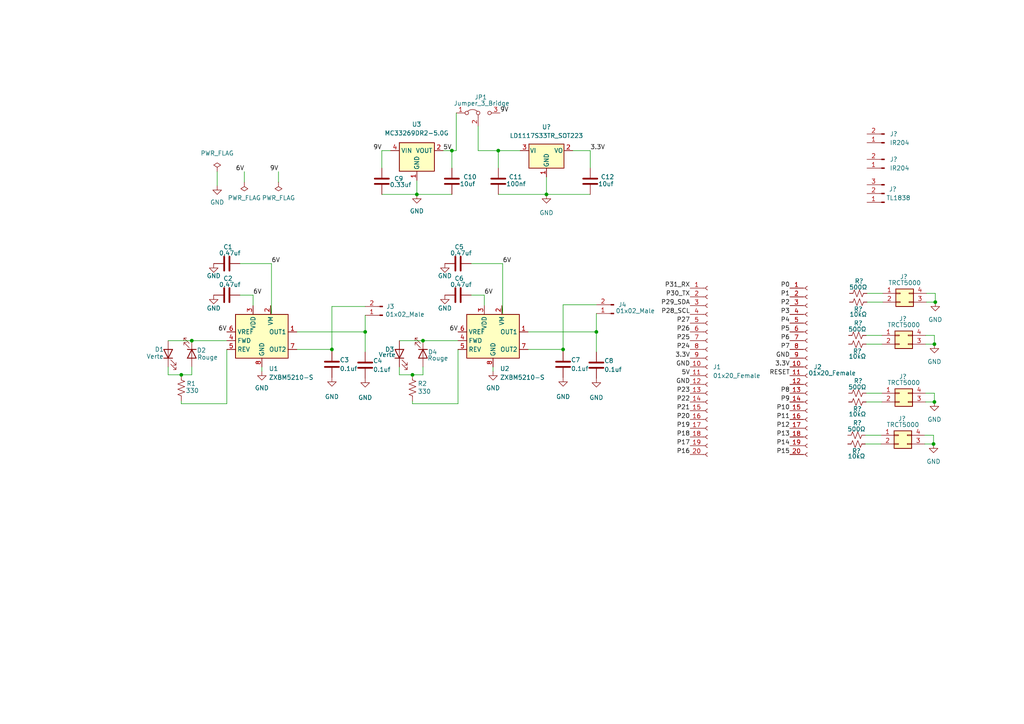
<source format=kicad_sch>
(kicad_sch (version 20211123) (generator eeschema)
  (paper "A4")
  (lib_symbols
    (symbol "Connector:Conn_01x02_Male" (pin_names (offset 1.016) hide)
      (property "Reference" "J" (at 0 2.54 0))
      (property "Value" "Conn_01x02_Male" (at 0 -5.08 0))
      (symbol "Conn_01x02_Male_1_1"
        (polyline (pts (xy 1.27 -2.54) (xy 0.8636 -2.54)) (stroke (width 0.1524)))
        (polyline (pts (xy 1.27 0) (xy 0.8636 0)) (stroke (width 0.1524)))
        (rectangle (start 0.8636 -2.413) (end 0 -2.667) (stroke (width 0.1524)) (fill (type outline)))
        (rectangle (start 0.8636 0.127) (end 0 -0.127) (stroke (width 0.1524)) (fill (type outline)))
        (pin passive line (at 5.08 0 180) (length 3.81) (name "Pin_1") (number "1"))
        (pin passive line (at 5.08 -2.54 180) (length 3.81) (name "Pin_2") (number "2"))
      )
    )
    (symbol "Connector:Conn_01x03_Male" (pin_names (offset 1.016) hide)
      (property "Reference" "J" (at 0 5.08 0))
      (property "Value" "Conn_01x03_Male" (at 0 -5.08 0))
      (symbol "Conn_01x03_Male_1_1"
        (polyline (pts (xy 1.27 -2.54) (xy 0.8636 -2.54)) (stroke (width 0.1524)))
        (polyline (pts (xy 1.27 0) (xy 0.8636 0)) (stroke (width 0.1524)))
        (polyline (pts (xy 1.27 2.54) (xy 0.8636 2.54)) (stroke (width 0.1524)))
        (rectangle (start 0.8636 -2.413) (end 0 -2.667) (stroke (width 0.1524)) (fill (type outline)))
        (rectangle (start 0.8636 0.127) (end 0 -0.127) (stroke (width 0.1524)) (fill (type outline)))
        (rectangle (start 0.8636 2.667) (end 0 2.413) (stroke (width 0.1524)) (fill (type outline)))
        (pin passive line (at 5.08 2.54 180) (length 3.81) (name "Pin_1") (number "1"))
        (pin passive line (at 5.08 0 180) (length 3.81) (name "Pin_2") (number "2"))
        (pin passive line (at 5.08 -2.54 180) (length 3.81) (name "Pin_3") (number "3"))
      )
    )
    (symbol "Connector:Conn_01x20_Female" (pin_names (offset 1.016) hide)
      (property "Reference" "J" (at 0 25.4 0))
      (property "Value" "Conn_01x20_Female" (at 0 -27.94 0))
      (symbol "Conn_01x20_Female_1_1"
        (arc (start 0 -24.892) (mid -0.508 -25.4) (end 0 -25.908) (stroke (width 0.1524)))
        (arc (start 0 -22.352) (mid -0.508 -22.86) (end 0 -23.368) (stroke (width 0.1524)))
        (arc (start 0 -19.812) (mid -0.508 -20.32) (end 0 -20.828) (stroke (width 0.1524)))
        (arc (start 0 -17.272) (mid -0.508 -17.78) (end 0 -18.288) (stroke (width 0.1524)))
        (arc (start 0 -14.732) (mid -0.508 -15.24) (end 0 -15.748) (stroke (width 0.1524)))
        (arc (start 0 -12.192) (mid -0.508 -12.7) (end 0 -13.208) (stroke (width 0.1524)))
        (arc (start 0 -9.652) (mid -0.508 -10.16) (end 0 -10.668) (stroke (width 0.1524)))
        (arc (start 0 -7.112) (mid -0.508 -7.62) (end 0 -8.128) (stroke (width 0.1524)))
        (arc (start 0 -4.572) (mid -0.508 -5.08) (end 0 -5.588) (stroke (width 0.1524)))
        (arc (start 0 -2.032) (mid -0.508 -2.54) (end 0 -3.048) (stroke (width 0.1524)))
        (polyline (pts (xy -1.27 -25.4) (xy -0.508 -25.4)) (stroke (width 0.1524)))
        (polyline (pts (xy -1.27 -22.86) (xy -0.508 -22.86)) (stroke (width 0.1524)))
        (polyline (pts (xy -1.27 -20.32) (xy -0.508 -20.32)) (stroke (width 0.1524)))
        (polyline (pts (xy -1.27 -17.78) (xy -0.508 -17.78)) (stroke (width 0.1524)))
        (polyline (pts (xy -1.27 -15.24) (xy -0.508 -15.24)) (stroke (width 0.1524)))
        (polyline (pts (xy -1.27 -12.7) (xy -0.508 -12.7)) (stroke (width 0.1524)))
        (polyline (pts (xy -1.27 -10.16) (xy -0.508 -10.16)) (stroke (width 0.1524)))
        (polyline (pts (xy -1.27 -7.62) (xy -0.508 -7.62)) (stroke (width 0.1524)))
        (polyline (pts (xy -1.27 -5.08) (xy -0.508 -5.08)) (stroke (width 0.1524)))
        (polyline (pts (xy -1.27 -2.54) (xy -0.508 -2.54)) (stroke (width 0.1524)))
        (polyline (pts (xy -1.27 0) (xy -0.508 0)) (stroke (width 0.1524)))
        (polyline (pts (xy -1.27 2.54) (xy -0.508 2.54)) (stroke (width 0.1524)))
        (polyline (pts (xy -1.27 5.08) (xy -0.508 5.08)) (stroke (width 0.1524)))
        (polyline (pts (xy -1.27 7.62) (xy -0.508 7.62)) (stroke (width 0.1524)))
        (polyline (pts (xy -1.27 10.16) (xy -0.508 10.16)) (stroke (width 0.1524)))
        (polyline (pts (xy -1.27 12.7) (xy -0.508 12.7)) (stroke (width 0.1524)))
        (polyline (pts (xy -1.27 15.24) (xy -0.508 15.24)) (stroke (width 0.1524)))
        (polyline (pts (xy -1.27 17.78) (xy -0.508 17.78)) (stroke (width 0.1524)))
        (polyline (pts (xy -1.27 20.32) (xy -0.508 20.32)) (stroke (width 0.1524)))
        (polyline (pts (xy -1.27 22.86) (xy -0.508 22.86)) (stroke (width 0.1524)))
        (arc (start 0 0.508) (mid -0.508 0) (end 0 -0.508) (stroke (width 0.1524)))
        (arc (start 0 3.048) (mid -0.508 2.54) (end 0 2.032) (stroke (width 0.1524)))
        (arc (start 0 5.588) (mid -0.508 5.08) (end 0 4.572) (stroke (width 0.1524)))
        (arc (start 0 8.128) (mid -0.508 7.62) (end 0 7.112) (stroke (width 0.1524)))
        (arc (start 0 10.668) (mid -0.508 10.16) (end 0 9.652) (stroke (width 0.1524)))
        (arc (start 0 13.208) (mid -0.508 12.7) (end 0 12.192) (stroke (width 0.1524)))
        (arc (start 0 15.748) (mid -0.508 15.24) (end 0 14.732) (stroke (width 0.1524)))
        (arc (start 0 18.288) (mid -0.508 17.78) (end 0 17.272) (stroke (width 0.1524)))
        (arc (start 0 20.828) (mid -0.508 20.32) (end 0 19.812) (stroke (width 0.1524)))
        (arc (start 0 23.368) (mid -0.508 22.86) (end 0 22.352) (stroke (width 0.1524)))
        (pin passive line (at -5.08 22.86 0) (length 3.81) (name "Pin_1") (number "1"))
        (pin passive line (at -5.08 0 0) (length 3.81) (name "Pin_10") (number "10"))
        (pin passive line (at -5.08 -2.54 0) (length 3.81) (name "Pin_11") (number "11"))
        (pin passive line (at -5.08 -5.08 0) (length 3.81) (name "Pin_12") (number "12"))
        (pin passive line (at -5.08 -7.62 0) (length 3.81) (name "Pin_13") (number "13"))
        (pin passive line (at -5.08 -10.16 0) (length 3.81) (name "Pin_14") (number "14"))
        (pin passive line (at -5.08 -12.7 0) (length 3.81) (name "Pin_15") (number "15"))
        (pin passive line (at -5.08 -15.24 0) (length 3.81) (name "Pin_16") (number "16"))
        (pin passive line (at -5.08 -17.78 0) (length 3.81) (name "Pin_17") (number "17"))
        (pin passive line (at -5.08 -20.32 0) (length 3.81) (name "Pin_18") (number "18"))
        (pin passive line (at -5.08 -22.86 0) (length 3.81) (name "Pin_19") (number "19"))
        (pin passive line (at -5.08 20.32 0) (length 3.81) (name "Pin_2") (number "2"))
        (pin passive line (at -5.08 -25.4 0) (length 3.81) (name "Pin_20") (number "20"))
        (pin passive line (at -5.08 17.78 0) (length 3.81) (name "Pin_3") (number "3"))
        (pin passive line (at -5.08 15.24 0) (length 3.81) (name "Pin_4") (number "4"))
        (pin passive line (at -5.08 12.7 0) (length 3.81) (name "Pin_5") (number "5"))
        (pin passive line (at -5.08 10.16 0) (length 3.81) (name "Pin_6") (number "6"))
        (pin passive line (at -5.08 7.62 0) (length 3.81) (name "Pin_7") (number "7"))
        (pin passive line (at -5.08 5.08 0) (length 3.81) (name "Pin_8") (number "8"))
        (pin passive line (at -5.08 2.54 0) (length 3.81) (name "Pin_9") (number "9"))
      )
    )
    (symbol "Connector_Generic:Conn_02x02_Counter_Clockwise" (pin_names (offset 1.016) hide)
      (property "Reference" "J" (at 1.27 2.54 0))
      (property "Value" "Conn_02x02_Counter_Clockwise" (at 1.27 -5.08 0))
      (symbol "Conn_02x02_Counter_Clockwise_1_1"
        (rectangle (start -1.27 -2.413) (end 0 -2.667) (stroke (width 0.1524)))
        (rectangle (start -1.27 0.127) (end 0 -0.127) (stroke (width 0.1524)))
        (rectangle (start -1.27 1.27) (end 3.81 -3.81) (stroke (width 0.254)) (fill (type background)))
        (rectangle (start 3.81 -2.413) (end 2.54 -2.667) (stroke (width 0.1524)))
        (rectangle (start 3.81 0.127) (end 2.54 -0.127) (stroke (width 0.1524)))
        (pin passive line (at -5.08 0 0) (length 3.81) (name "Pin_1") (number "1"))
        (pin passive line (at -5.08 -2.54 0) (length 3.81) (name "Pin_2") (number "2"))
        (pin passive line (at 7.62 -2.54 180) (length 3.81) (name "Pin_3") (number "3"))
        (pin passive line (at 7.62 0 180) (length 3.81) (name "Pin_4") (number "4"))
      )
    )
    (symbol "Device:C" (pin_numbers hide) (pin_names (offset 0.254))
      (property "Reference" "C" (at 0.635 2.54 0))
      (property "Value" "C" (at 0.635 -2.54 0))
      (symbol "C_0_1"
        (polyline (pts (xy -2.032 -0.762) (xy 2.032 -0.762)) (stroke (width 0.508)))
        (polyline (pts (xy -2.032 0.762) (xy 2.032 0.762)) (stroke (width 0.508)))
      )
      (symbol "C_1_1"
        (pin passive line (at 0 3.81 270) (length 2.794) (name "~") (number "1"))
        (pin passive line (at 0 -3.81 90) (length 2.794) (name "~") (number "2"))
      )
    )
    (symbol "Device:LED" (pin_numbers hide) (pin_names (offset 1.016) hide)
      (property "Reference" "D" (at 0 2.54 0))
      (property "Value" "LED" (at 0 -2.54 0))
      (symbol "LED_0_1"
        (polyline (pts (xy -1.27 -1.27) (xy -1.27 1.27)) (stroke (width 0.254)))
        (polyline (pts (xy -1.27 0) (xy 1.27 0)))
        (polyline (pts (xy 1.27 -1.27) (xy 1.27 1.27) (xy -1.27 0) (xy 1.27 -1.27)) (stroke (width 0.254)))
        (polyline (pts (xy -3.048 -0.762) (xy -4.572 -2.286) (xy -3.81 -2.286) (xy -4.572 -2.286) (xy -4.572 -1.524)))
        (polyline (pts (xy -1.778 -0.762) (xy -3.302 -2.286) (xy -2.54 -2.286) (xy -3.302 -2.286) (xy -3.302 -1.524)))
      )
      (symbol "LED_1_1"
        (pin passive line (at -3.81 0 0) (length 2.54) (name "K") (number "1"))
        (pin passive line (at 3.81 0 180) (length 2.54) (name "A") (number "2"))
      )
    )
    (symbol "Device:R_Small_US" (pin_numbers hide) (pin_names (offset 0.254) hide)
      (property "Reference" "R" (at 0.762 0.508 0))
      (property "Value" "R_Small_US" (at 0.762 -1.016 0))
      (symbol "R_Small_US_1_1"
        (polyline (pts (xy 0 0) (xy 1.016 -0.381) (xy 0 -0.762) (xy -1.016 -1.143) (xy 0 -1.524)))
        (polyline (pts (xy 0 1.524) (xy 1.016 1.143) (xy 0 0.762) (xy -1.016 0.381) (xy 0 0)))
        (pin passive line (at 0 2.54 270) (length 1.016) (name "~") (number "1"))
        (pin passive line (at 0 -2.54 90) (length 1.016) (name "~") (number "2"))
      )
    )
    (symbol "Device:R_US" (pin_numbers hide) (pin_names (offset 0))
      (property "Reference" "R" (at 2.54 0 90))
      (property "Value" "R_US" (at -2.54 0 90))
      (symbol "R_US_0_1"
        (polyline (pts (xy 0 -2.286) (xy 0 -2.54)))
        (polyline (pts (xy 0 2.286) (xy 0 2.54)))
        (polyline (pts (xy 0 -0.762) (xy 1.016 -1.143) (xy 0 -1.524) (xy -1.016 -1.905) (xy 0 -2.286)))
        (polyline (pts (xy 0 0.762) (xy 1.016 0.381) (xy 0 0) (xy -1.016 -0.381) (xy 0 -0.762)))
        (polyline (pts (xy 0 2.286) (xy 1.016 1.905) (xy 0 1.524) (xy -1.016 1.143) (xy 0 0.762)))
      )
      (symbol "R_US_1_1"
        (pin passive line (at 0 3.81 270) (length 1.27) (name "~") (number "1"))
        (pin passive line (at 0 -3.81 90) (length 1.27) (name "~") (number "2"))
      )
    )
    (symbol "Driver_Motor:ZXBM5210-S"
      (property "Reference" "U" (at -7.62 8.89 0))
      (property "Value" "ZXBM5210-S" (at 10.16 8.89 0))
      (symbol "ZXBM5210-S_0_0"
        (pin output line (at 10.16 2.54 180) (length 2.54) (name "OUT1") (number "1"))
        (pin power_in line (at 2.54 10.16 270) (length 2.54) (name "VM") (number "2"))
        (pin power_in line (at -2.54 10.16 270) (length 2.54) (name "VDD") (number "3"))
        (pin input line (at -10.16 0 0) (length 2.54) (name "FWD") (number "4"))
        (pin input line (at -10.16 -2.54 0) (length 2.54) (name "REV") (number "5"))
        (pin input line (at -10.16 2.54 0) (length 2.54) (name "VREF") (number "6"))
        (pin output line (at 10.16 -2.54 180) (length 2.54) (name "OUT2") (number "7"))
        (pin power_in line (at 0 -7.62 90) (length 2.54) (name "GND") (number "8"))
      )
      (symbol "ZXBM5210-S_0_1"
        (rectangle (start -7.62 7.62) (end 7.62 -5.08) (stroke (width 0.254)) (fill (type background)))
      )
    )
    (symbol "Jumper:Jumper_3_Bridged12" (pin_names (offset 0) hide)
      (property "Reference" "JP" (at -2.54 -2.54 0))
      (property "Value" "Jumper_3_Bridged12" (at 0 2.794 0))
      (symbol "Jumper_3_Bridged12_0_0"
        (circle (center -3.302 0) (radius 0.508))
        (circle (center 0 0) (radius 0.508))
        (circle (center 3.302 0) (radius 0.508))
      )
      (symbol "Jumper_3_Bridged12_0_1"
        (arc (start -0.254 0.508) (mid -1.651 0.9912) (end -3.048 0.508))
        (polyline (pts (xy 0 -1.27) (xy 0 -0.508)))
      )
      (symbol "Jumper_3_Bridged12_1_1"
        (pin passive line (at -6.35 0 0) (length 2.54) (name "A") (number "1"))
        (pin input line (at 0 -3.81 90) (length 2.54) (name "C") (number "2"))
        (pin passive line (at 6.35 0 180) (length 2.54) (name "B") (number "3"))
      )
    )
    (symbol "Projet2_LibraryCustom:MC33269DR2-5.0G"
      (property "Reference" "U" (at -4.826 5.08 0))
      (property "Value" "MC33269DR2-5.0G" (at -3.81 3.048 0))
      (symbol "MC33269DR2-5.0G_0_1"
        (rectangle (start -10.16 2.286) (end 0 -5.969) (stroke (width 0.254)) (fill (type background)))
      )
      (symbol "MC33269DR2-5.0G_1_1"
        (pin power_in line (at -5.08 -8.636 90) (length 2.54) (name "GND") (number "1"))
        (pin power_out line (at 2.54 0 180) (length 2.54) (name "VOUT") (number "2"))
        (pin passive line (at 2.54 0 180) (length 2.54) hide (name "VOUT") (number "3"))
        (pin power_in line (at -12.7 0 0) (length 2.54) (name "VIN") (number "4"))
        (pin passive line (at 2.54 0 180) (length 2.54) hide (name "VOUT") (number "6"))
        (pin passive line (at 2.54 0 180) (length 2.54) hide (name "VOUT") (number "7"))
        (pin no_connect line (at -12.954 -4.826 0) (length 2.54) hide (name "NC") (number "8"))
      )
    )
    (symbol "Regulator_Linear:LD1117S33TR_SOT223" (pin_names (offset 0.254))
      (property "Reference" "U" (at -3.81 3.175 0))
      (property "Value" "LD1117S33TR_SOT223" (at 0 3.175 0))
      (symbol "LD1117S33TR_SOT223_0_1"
        (rectangle (start -5.08 -5.08) (end 5.08 1.905) (stroke (width 0.254)) (fill (type background)))
      )
      (symbol "LD1117S33TR_SOT223_1_1"
        (pin power_in line (at 0 -7.62 90) (length 2.54) (name "GND") (number "1"))
        (pin power_out line (at 7.62 0 180) (length 2.54) (name "VO") (number "2"))
        (pin power_in line (at -7.62 0 0) (length 2.54) (name "VI") (number "3"))
      )
    )
    (symbol "power:GND" (power) (pin_names (offset 0))
      (property "Value" "GND" (at 0 -3.81 0))
      (symbol "GND_0_1"
        (polyline (pts (xy 0 0) (xy 0 -1.27) (xy 1.27 -1.27) (xy 0 -2.54) (xy -1.27 -1.27) (xy 0 -1.27)))
      )
      (symbol "GND_1_1"
        (pin power_in line (at 0 0 270) (length 0) hide (name "GND") (number "1"))
      )
    )
    (symbol "power:PWR_FLAG" (power) (pin_numbers hide) (pin_names (offset 0) hide)
      (property "Value" "PWR_FLAG" (at 0 3.81 0))
      (symbol "PWR_FLAG_0_0"
        (pin power_out line (at 0 0 90) (length 0) (name "pwr") (number "1"))
      )
      (symbol "PWR_FLAG_0_1"
        (polyline (pts (xy 0 0) (xy 0 1.27) (xy -1.016 1.905) (xy 0 2.54) (xy 1.016 1.905) (xy 0 1.27)))
      )
    )
  )
  (junction (at 158.496 56.388))
  (junction (at 122.682 98.806))
  (junction (at 172.974 96.266))
  (junction (at 163.322 101.346))
  (junction (at 96.266 101.346))
  (junction (at 119.634 108.712))
  (junction (at 131.064 43.688))
  (junction (at 105.918 96.266))
  (junction (at 270.764 128.778))
  (junction (at 144.526 43.688))
  (junction (at 52.578 108.712))
  (junction (at 271.018 99.822))
  (junction (at 120.904 56.388))
  (junction (at 271.018 116.586))
  (junction (at 271.272 87.63))
  (junction (at 55.626 98.806))
  (wire (pts (xy 96.266 88.9) (xy 96.266 101.346)))
  (wire (pts (xy 268.478 99.822) (xy 271.018 99.822)))
  (wire (pts (xy 110.744 48.768) (xy 110.744 43.688)))
  (wire (pts (xy 78.74 90.932) (xy 78.74 76.454)))
  (wire (pts (xy 251.46 85.09) (xy 256.032 85.09)))
  (wire (pts (xy 48.768 108.712) (xy 52.578 108.712)))
  (wire (pts (xy 65.786 101.346) (xy 65.786 117.094)))
  (wire (pts (xy 73.406 88.646) (xy 73.406 85.598)))
  (wire (pts (xy 70.866 49.784) (xy 70.866 52.832)))
  (wire (pts (xy 268.478 116.586) (xy 271.018 116.586)))
  (wire (pts (xy 122.682 98.806) (xy 132.842 98.806)))
  (wire (pts (xy 268.732 87.63) (xy 271.272 87.63)))
  (wire (pts (xy 271.272 85.09) (xy 271.272 87.63)))
  (wire (pts (xy 132.842 101.346) (xy 132.842 117.094)))
  (wire (pts (xy 55.626 106.426) (xy 55.626 108.712)))
  (wire (pts (xy 144.526 56.388) (xy 158.496 56.388)))
  (wire (pts (xy 52.578 116.332) (xy 52.578 117.094)))
  (wire (pts (xy 158.496 56.388) (xy 171.196 56.388)))
  (wire (pts (xy 250.952 128.778) (xy 255.524 128.778)))
  (wire (pts (xy 105.918 96.266) (xy 105.918 102.108)))
  (wire (pts (xy 270.764 126.238) (xy 270.764 128.778)))
  (wire (pts (xy 115.824 98.806) (xy 122.682 98.806)))
  (wire (pts (xy 163.322 101.346) (xy 163.322 88.392)))
  (wire (pts (xy 105.918 91.44) (xy 105.918 96.266)))
  (wire (pts (xy 73.406 85.598) (xy 69.596 85.598)))
  (wire (pts (xy 268.224 126.238) (xy 270.764 126.238)))
  (wire (pts (xy 171.196 43.688) (xy 171.196 48.768)))
  (wire (pts (xy 271.018 114.046) (xy 271.018 116.586)))
  (wire (pts (xy 132.334 43.688) (xy 131.064 43.688)))
  (wire (pts (xy 251.46 87.63) (xy 256.032 87.63)))
  (wire (pts (xy 78.74 90.932) (xy 78.486 88.646)))
  (wire (pts (xy 140.462 85.598) (xy 136.652 85.598)))
  (wire (pts (xy 128.524 43.688) (xy 131.064 43.688)))
  (wire (pts (xy 131.064 43.688) (xy 131.064 48.768)))
  (wire (pts (xy 138.684 43.688) (xy 144.526 43.688)))
  (wire (pts (xy 96.266 101.346) (xy 96.266 101.854)))
  (wire (pts (xy 115.824 108.712) (xy 119.634 108.712)))
  (wire (pts (xy 75.946 106.426) (xy 75.946 107.696)))
  (wire (pts (xy 48.768 98.806) (xy 55.626 98.806)))
  (wire (pts (xy 271.018 97.282) (xy 271.018 99.822)))
  (wire (pts (xy 122.682 106.426) (xy 122.682 108.712)))
  (wire (pts (xy 172.974 96.266) (xy 172.974 102.108)))
  (wire (pts (xy 120.904 56.388) (xy 131.064 56.388)))
  (wire (pts (xy 163.322 88.392) (xy 172.974 88.392)))
  (wire (pts (xy 251.206 97.282) (xy 255.778 97.282)))
  (wire (pts (xy 268.478 114.046) (xy 271.018 114.046)))
  (wire (pts (xy 166.116 43.688) (xy 171.196 43.688)))
  (wire (pts (xy 65.786 117.094) (xy 52.578 117.094)))
  (wire (pts (xy 48.768 106.426) (xy 48.768 108.712)))
  (wire (pts (xy 140.462 88.646) (xy 140.462 85.598)))
  (wire (pts (xy 153.162 96.266) (xy 172.974 96.266)))
  (wire (pts (xy 145.796 90.932) (xy 145.796 76.454)))
  (wire (pts (xy 153.162 101.346) (xy 163.322 101.346)))
  (wire (pts (xy 55.626 98.806) (xy 65.786 98.806)))
  (wire (pts (xy 268.224 128.778) (xy 270.764 128.778)))
  (wire (pts (xy 119.634 108.712) (xy 122.682 108.712)))
  (wire (pts (xy 86.106 101.346) (xy 96.266 101.346)))
  (wire (pts (xy 268.478 97.282) (xy 271.018 97.282)))
  (wire (pts (xy 115.824 106.426) (xy 115.824 108.712)))
  (wire (pts (xy 143.002 106.426) (xy 143.002 107.696)))
  (wire (pts (xy 145.796 76.454) (xy 136.652 76.454)))
  (wire (pts (xy 132.334 32.766) (xy 132.334 43.688)))
  (wire (pts (xy 132.842 117.094) (xy 119.634 117.094)))
  (wire (pts (xy 78.74 76.454) (xy 69.596 76.454)))
  (wire (pts (xy 86.106 96.266) (xy 105.918 96.266)))
  (wire (pts (xy 251.206 99.822) (xy 255.778 99.822)))
  (wire (pts (xy 144.526 48.768) (xy 144.526 43.688)))
  (wire (pts (xy 120.904 52.324) (xy 120.904 56.388)))
  (wire (pts (xy 172.974 90.932) (xy 172.974 96.266)))
  (wire (pts (xy 62.992 49.784) (xy 62.992 53.848)))
  (wire (pts (xy 268.732 85.09) (xy 271.272 85.09)))
  (wire (pts (xy 110.744 43.688) (xy 113.284 43.688)))
  (wire (pts (xy 251.206 116.586) (xy 255.778 116.586)))
  (wire (pts (xy 52.578 108.712) (xy 55.626 108.712)))
  (wire (pts (xy 110.744 56.388) (xy 120.904 56.388)))
  (wire (pts (xy 250.952 126.238) (xy 255.524 126.238)))
  (wire (pts (xy 119.634 117.094) (xy 119.634 116.332)))
  (wire (pts (xy 144.526 43.688) (xy 150.876 43.688)))
  (wire (pts (xy 105.918 88.9) (xy 96.266 88.9)))
  (wire (pts (xy 158.496 56.388) (xy 158.496 51.308)))
  (wire (pts (xy 163.322 101.346) (xy 163.322 101.854)))
  (wire (pts (xy 251.206 114.046) (xy 255.778 114.046)))
  (wire (pts (xy 80.772 49.784) (xy 80.772 52.832)))
  (wire (pts (xy 145.796 90.932) (xy 145.542 88.646)))
  (wire (pts (xy 138.684 36.576) (xy 138.684 43.688)))
  (label "3.3V" (at 229.108 106.426 180))
  (label "P16" (at 200.152 131.826 180))
  (label "5V" (at 200.152 108.966 180))
  (label "RESET" (at 229.108 108.966 180))
  (label "P30_TX" (at 200.152 86.106 180))
  (label "P2" (at 229.108 88.646 180))
  (label "P26" (at 200.152 96.266 180))
  (label "P3" (at 229.108 91.186 180))
  (label "6V" (at 140.462 85.598 0))
  (label "P29_SDA" (at 200.152 88.646 180))
  (label "9V" (at 145.034 32.766 0))
  (label "9V" (at 80.772 49.784 180))
  (label "P17" (at 200.152 129.286 180))
  (label "GND" (at 200.152 106.426 180))
  (label "P11" (at 229.108 121.666 180))
  (label "P28_SCL" (at 200.152 91.186 180))
  (label "P24" (at 200.152 101.346 180))
  (label "6V" (at 132.842 96.266 180))
  (label "3.3V" (at 171.196 43.688 0))
  (label "6V" (at 65.786 96.266 180))
  (label "P15" (at 229.108 131.826 180))
  (label "P0" (at 229.108 83.566 180))
  (label "P18" (at 200.152 126.746 180))
  (label "P27" (at 200.152 93.726 180))
  (label "P6" (at 229.108 98.806 180))
  (label "P25" (at 200.152 98.806 180))
  (label "5V" (at 128.524 43.688 0))
  (label "P4" (at 229.108 93.726 180))
  (label "P31_RX" (at 200.152 83.566 180))
  (label "P13" (at 229.108 126.746 180))
  (label "P12" (at 229.108 124.206 180))
  (label "6V" (at 73.406 85.598 0))
  (label "P23" (at 200.152 114.046 180))
  (label "P21" (at 200.152 119.126 180))
  (label "P9" (at 229.108 116.586 180))
  (label "6V" (at 70.866 49.784 180))
  (label "P19" (at 200.152 124.206 180))
  (label "3.3V" (at 200.152 103.886 180))
  (label "GND" (at 200.152 111.506 180))
  (label "P8" (at 229.108 114.046 180))
  (label "P10" (at 229.108 119.126 180))
  (label "9V" (at 110.744 43.688 180))
  (label "P22" (at 200.152 116.586 180))
  (label "P20" (at 200.152 121.666 180))
  (label "6V" (at 78.74 76.454 0))
  (label "P5" (at 229.108 96.266 180))
  (label "P1" (at 229.108 86.106 180))
  (label "GND" (at 229.108 103.886 180))
  (label "P7" (at 229.108 101.346 180))
  (label "P14" (at 229.108 129.286 180))
  (label "6V" (at 145.796 76.454 0))
  (symbol (lib_id "Device:C") (at 65.786 76.454 270) (unit 1)
    (property "Reference" "C1" (at 64.77 71.628 90) (effects (justify left)))
    (property "Value" "0.47uf" (at 63.5 73.406 90) (effects (justify left)))
  )
  (symbol (lib_id "Device:R_US") (at 52.578 112.522 180) (unit 1)
    (property "Reference" "R1" (at 54.102 111.252 0) (effects (justify right)))
    (property "Value" "330" (at 53.848 113.284 0) (effects (justify right)))
  )
  (symbol (lib_id "power:GND") (at 62.992 53.848 0) (unit 1)
    (property "Reference" "#PWR0113" (effects hide))
    (property "Value" "GND" (at 62.992 58.674 0))
  )
  (symbol (lib_id "power:GND") (at 61.976 76.454 0) (unit 1)
    (property "Reference" "#PWR0108" (effects hide))
    (property "Value" "GND" (at 61.976 80.01 0))
  )
  (symbol (lib_id "power:GND") (at 129.032 85.598 0) (unit 1)
    (property "Reference" "#PWR0105" (effects hide))
    (property "Value" "GND" (at 129.032 89.408 0))
  )
  (symbol (lib_id "power:GND") (at 270.764 128.778 0) (unit 1)
    (property "Reference" "#PWR?" (effects hide))
    (property "Value" "GND" (at 270.764 133.858 0))
  )
  (symbol (lib_id "Device:LED") (at 55.626 102.616 270) (unit 1)
    (property "Reference" "D2" (at 58.42 101.6 90))
    (property "Value" "Rouge" (at 60.198 103.632 90))
    (property "Footprint" "Diode_SMD:D_0805_2012Metric_Pad1.15x1.40mm_HandSolder" (effects hide))
  )
  (symbol (lib_id "Device:C") (at 163.322 105.664 0) (unit 1)
    (property "Reference" "C7" (at 165.608 104.394 0) (effects (justify left)))
    (property "Value" "0.1uf" (at 165.608 106.934 0) (effects (justify left)))
  )
  (symbol (lib_id "Device:R_Small_US") (at 248.666 114.046 90) (unit 1)
    (property "Reference" "R?" (at 248.92 110.49 90))
    (property "Value" "500Ω" (at 248.666 112.268 90))
  )
  (symbol (lib_id "Device:C") (at 172.974 105.918 0) (unit 1)
    (property "Reference" "C8" (at 175.26 104.648 0) (effects (justify left)))
    (property "Value" "0.1uf" (at 175.26 107.188 0) (effects (justify left)))
  )
  (symbol (lib_id "power:GND") (at 158.496 56.388 0) (unit 1)
    (property "Reference" "#PWR0112" (effects hide))
    (property "Value" "GND" (at 158.496 61.722 0))
  )
  (symbol (lib_id "Projet2_LibraryCustom:MC33269DR2-5.0G") (at 125.984 43.688 0) (unit 1)
    (property "Reference" "U3" (at 120.8405 36.068 0))
    (property "Value" "MC33269DR2-5.0G" (at 120.8405 38.608 0))
    (property "Footprint" "Package_SO:SOIC-8_3.9x4.9mm_P1.27mm" (effects hide))
  )
  (symbol (lib_id "Device:C") (at 144.526 52.578 0) (unit 1)
    (property "Reference" "C11" (at 147.574 51.3079 0) (effects (justify left)))
    (property "Value" "100nf" (at 146.812 53.34 0) (effects (justify left)))
    (property "Footprint" "Capacitor_SMD:C_0805_2012Metric_Pad1.18x1.45mm_HandSolder" (effects hide))
  )
  (symbol (lib_id "Connector:Conn_01x20_Female") (at 234.188 106.426 0) (unit 1)
    (property "Reference" "J2" (at 235.966 106.4259 0) (effects (justify left)))
    (property "Value" "01x20_Female" (at 234.442 108.204 0) (effects (justify left)))
  )
  (symbol (lib_id "Connector:Conn_01x03_Male") (at 256.54 56.134 180) (unit 1)
    (property "Reference" "J?" (at 257.81 54.864 0) (effects (justify right)))
    (property "Value" "TL1838" (at 257.048 57.404 0) (effects (justify right)))
  )
  (symbol (lib_id "power:GND") (at 105.918 109.728 0) (unit 1)
    (property "Reference" "#PWR0110" (effects hide))
    (property "Value" "GND" (at 105.918 115.316 0))
  )
  (symbol (lib_id "Device:R_US") (at 119.634 112.522 180) (unit 1)
    (property "Reference" "R2" (at 121.158 111.252 0) (effects (justify right)))
    (property "Value" "330" (at 121.158 113.538 0) (effects (justify right)))
  )
  (symbol (lib_id "Device:R_Small_US") (at 248.666 99.822 90) (unit 1)
    (property "Reference" "R?" (at 248.666 101.854 90))
    (property "Value" "10kΩ" (at 248.666 103.378 90))
  )
  (symbol (lib_id "Device:C") (at 105.918 105.918 0) (unit 1)
    (property "Reference" "C4" (at 108.204 104.648 0) (effects (justify left)))
    (property "Value" "0.1uf" (at 108.204 107.188 0) (effects (justify left)))
  )
  (symbol (lib_id "Device:C") (at 171.196 52.578 0) (unit 1)
    (property "Reference" "C12" (at 174.244 51.3079 0) (effects (justify left)))
    (property "Value" "10uf" (at 173.482 53.34 0) (effects (justify left)))
    (property "Footprint" "Capacitor_SMD:C_0805_2012Metric_Pad1.18x1.45mm_HandSolder" (effects hide))
  )
  (symbol (lib_id "Device:R_Small_US") (at 248.92 87.63 90) (unit 1)
    (property "Reference" "R?" (at 248.92 89.662 90))
    (property "Value" "10kΩ" (at 248.92 91.186 90))
  )
  (symbol (lib_id "Device:R_Small_US") (at 248.92 85.09 90) (unit 1)
    (property "Reference" "R?" (at 249.174 81.534 90))
    (property "Value" "500Ω" (at 248.92 83.312 90))
  )
  (symbol (lib_id "Connector_Generic:Conn_02x02_Counter_Clockwise") (at 260.858 97.282 0) (unit 1)
    (property "Reference" "J?" (at 261.874 92.456 0))
    (property "Value" "TRCT5000" (at 262.128 94.234 0))
  )
  (symbol (lib_id "Connector:Conn_01x02_Male") (at 256.54 41.402 180) (unit 1)
    (property "Reference" "J?" (at 258.064 38.8619 0) (effects (justify right)))
    (property "Value" "IR204" (at 258.064 41.4019 0) (effects (justify right)))
  )
  (symbol (lib_id "power:GND") (at 143.002 107.696 0) (unit 1)
    (property "Reference" "#PWR0103" (effects hide))
    (property "Value" "GND" (at 143.002 112.522 0))
  )
  (symbol (lib_id "Device:LED") (at 115.824 102.616 90) (unit 1)
    (property "Reference" "D3" (at 113.03 101.346 90))
    (property "Value" "Verte" (at 112.268 102.87 90))
    (property "Footprint" "Diode_SMD:D_0805_2012Metric_Pad1.15x1.40mm_HandSolder" (effects hide))
  )
  (symbol (lib_id "power:GND") (at 75.946 107.696 0) (unit 1)
    (property "Reference" "#PWR0107" (effects hide))
    (property "Value" "GND" (at 75.946 112.522 0))
  )
  (symbol (lib_id "power:GND") (at 120.904 56.388 0) (unit 1)
    (property "Reference" "#PWR0111" (effects hide))
    (property "Value" "GND" (at 120.904 61.214 0))
  )
  (symbol (lib_id "Device:C") (at 131.064 52.578 0) (unit 1)
    (property "Reference" "C10" (at 134.366 51.308 0) (effects (justify left)))
    (property "Value" "10uf" (at 133.35 53.34 0) (effects (justify left)))
    (property "Footprint" "Capacitor_SMD:C_0805_2012Metric_Pad1.18x1.45mm_HandSolder" (effects hide))
  )
  (symbol (lib_id "power:GND") (at 129.032 76.454 0) (unit 1)
    (property "Reference" "#PWR0104" (effects hide))
    (property "Value" "GND" (at 129.032 80.01 0))
  )
  (symbol (lib_id "power:GND") (at 61.976 85.598 0) (unit 1)
    (property "Reference" "#PWR0106" (effects hide))
    (property "Value" "GND" (at 61.976 89.408 0))
  )
  (symbol (lib_id "power:GND") (at 163.322 109.474 0) (unit 1)
    (property "Reference" "#PWR0101" (effects hide))
    (property "Value" "GND" (at 163.322 115.062 0))
  )
  (symbol (lib_id "Connector_Generic:Conn_02x02_Counter_Clockwise") (at 261.112 85.09 0) (unit 1)
    (property "Reference" "J?" (at 262.128 80.264 0))
    (property "Value" "TRCT5000" (at 262.382 82.042 0))
  )
  (symbol (lib_id "Connector:Conn_01x20_Female") (at 205.232 106.426 0) (unit 1)
    (property "Reference" "J1" (at 206.756 106.4259 0) (effects (justify left)))
    (property "Value" "01x20_Female" (at 206.756 108.9659 0) (effects (justify left)))
  )
  (symbol (lib_id "power:GND") (at 271.018 116.586 0) (unit 1)
    (property "Reference" "#PWR?" (effects hide))
    (property "Value" "GND" (at 271.018 121.666 0))
  )
  (symbol (lib_id "Device:R_Small_US") (at 248.666 116.586 90) (unit 1)
    (property "Reference" "R?" (at 248.666 118.618 90))
    (property "Value" "10kΩ" (at 248.666 120.142 90))
  )
  (symbol (lib_id "Device:R_Small_US") (at 248.666 97.282 90) (unit 1)
    (property "Reference" "R?" (at 248.92 93.726 90))
    (property "Value" "500Ω" (at 248.666 95.504 90))
  )
  (symbol (lib_id "Device:R_Small_US") (at 248.412 126.238 90) (unit 1)
    (property "Reference" "R?" (at 248.666 122.682 90))
    (property "Value" "500Ω" (at 248.412 124.46 90))
  )
  (symbol (lib_id "Device:C") (at 132.842 85.598 270) (unit 1)
    (property "Reference" "C6" (at 131.826 80.772 90) (effects (justify left)))
    (property "Value" "0.47uf" (at 130.556 82.55 90) (effects (justify left)))
  )
  (symbol (lib_id "power:GND") (at 172.974 109.728 0) (unit 1)
    (property "Reference" "#PWR0102" (effects hide))
    (property "Value" "GND" (at 172.974 115.316 0))
  )
  (symbol (lib_id "Driver_Motor:ZXBM5210-S") (at 143.002 98.806 0) (unit 1)
    (property "Reference" "U2" (at 145.0214 106.934 0) (effects (justify left)))
    (property "Value" "ZXBM5210-S" (at 145.0214 109.474 0) (effects (justify left)))
    (property "Footprint" "Package_SO:SOIC-8_3.9x4.9mm_P1.27mm" (effects hide))
    (property "Datasheet" "https://www.diodes.com/assets/Datasheets/ZXBM5210.pdf" (effects hide))
  )
  (symbol (lib_id "power:GND") (at 271.018 99.822 0) (unit 1)
    (property "Reference" "#PWR?" (effects hide))
    (property "Value" "GND" (at 271.018 104.902 0))
  )
  (symbol (lib_id "Connector:Conn_01x02_Male") (at 178.054 90.932 180) (unit 1)
    (property "Reference" "J4" (at 179.324 88.3919 0) (effects (justify right)))
    (property "Value" "01x02_Male" (at 178.562 90.17 0) (effects (justify right)))
  )
  (symbol (lib_id "Device:LED") (at 48.768 102.616 90) (unit 1)
    (property "Reference" "D1" (at 46.228 101.346 90))
    (property "Value" "Verte" (at 44.958 103.378 90))
    (property "Footprint" "Diode_SMD:D_0805_2012Metric_Pad1.15x1.40mm_HandSolder" (effects hide))
  )
  (symbol (lib_id "Device:R_Small_US") (at 248.412 128.778 90) (unit 1)
    (property "Reference" "R?" (at 248.412 130.81 90))
    (property "Value" "10kΩ" (at 248.412 132.334 90))
  )
  (symbol (lib_id "Connector:Conn_01x02_Male") (at 110.998 91.44 180) (unit 1)
    (property "Reference" "J3" (at 112.014 88.8999 0) (effects (justify right)))
    (property "Value" "01x02_Male" (at 111.76 91.186 0) (effects (justify right)))
  )
  (symbol (lib_id "power:PWR_FLAG") (at 80.772 52.832 180) (unit 1)
    (property "Reference" "#FLG0102" (effects hide))
    (property "Value" "PWR_FLAG" (at 80.772 57.404 0))
  )
  (symbol (lib_id "power:GND") (at 271.272 87.63 0) (unit 1)
    (property "Reference" "#PWR?" (effects hide))
    (property "Value" "GND" (at 271.272 92.71 0))
  )
  (symbol (lib_id "power:PWR_FLAG") (at 62.992 49.784 0) (unit 1)
    (property "Reference" "#FLG0103" (effects hide))
    (property "Value" "PWR_FLAG" (at 62.992 44.45 0))
  )
  (symbol (lib_id "Device:C") (at 65.786 85.598 270) (unit 1)
    (property "Reference" "C2" (at 64.77 80.772 90) (effects (justify left)))
    (property "Value" "0.47uf" (at 63.5 82.55 90) (effects (justify left)))
  )
  (symbol (lib_id "Device:LED") (at 122.682 102.616 270) (unit 1)
    (property "Reference" "D4" (at 125.476 102.108 90))
    (property "Value" "Rouge" (at 127 103.886 90))
    (property "Footprint" "Diode_SMD:D_0805_2012Metric_Pad1.15x1.40mm_HandSolder" (effects hide))
  )
  (symbol (lib_id "power:GND") (at 96.266 109.474 0) (unit 1)
    (property "Reference" "#PWR0109" (effects hide))
    (property "Value" "GND" (at 96.266 115.062 0))
  )
  (symbol (lib_id "Driver_Motor:ZXBM5210-S") (at 75.946 98.806 0) (unit 1)
    (property "Reference" "U1" (at 77.9654 106.934 0) (effects (justify left)))
    (property "Value" "ZXBM5210-S" (at 77.9654 109.474 0) (effects (justify left)))
    (property "Footprint" "Package_SO:SOIC-8_3.9x4.9mm_P1.27mm" (effects hide))
    (property "Datasheet" "https://www.diodes.com/assets/Datasheets/ZXBM5210.pdf" (effects hide))
  )
  (symbol (lib_id "power:PWR_FLAG") (at 70.866 52.832 180) (unit 1)
    (property "Reference" "#FLG0101" (effects hide))
    (property "Value" "PWR_FLAG" (at 70.866 57.404 0))
  )
  (symbol (lib_id "Connector:Conn_01x02_Male") (at 256.54 48.768 180) (unit 1)
    (property "Reference" "J?" (at 258.064 46.2279 0) (effects (justify right)))
    (property "Value" "IR204" (at 258.064 48.7679 0) (effects (justify right)))
  )
  (symbol (lib_id "Device:C") (at 110.744 52.578 0) (unit 1)
    (property "Reference" "C9" (at 114.3 51.816 0) (effects (justify left)))
    (property "Value" "0.33uf" (at 113.03 53.594 0) (effects (justify left)))
    (property "Footprint" "Capacitor_SMD:C_0805_2012Metric_Pad1.18x1.45mm_HandSolder" (effects hide))
  )
  (symbol (lib_id "Connector_Generic:Conn_02x02_Counter_Clockwise") (at 260.858 114.046 0) (unit 1)
    (property "Reference" "J?" (at 261.874 109.22 0))
    (property "Value" "TRCT5000" (at 262.128 110.998 0))
  )
  (symbol (lib_id "Regulator_Linear:LD1117S33TR_SOT223") (at 158.496 43.688 0) (unit 1)
    (property "Reference" "U?" (at 158.496 36.83 0))
    (property "Value" "LD1117S33TR_SOT223" (at 158.496 39.37 0))
    (property "Footprint" "Package_TO_SOT_SMD:SOT-223-3_TabPin2" (effects hide))
    (property "Datasheet" "http://www.st.com/st-web-ui/static/active/en/resource/technical/document/datasheet/CD00000544.pdf" (effects hide))
  )
  (symbol (lib_id "Device:C") (at 132.842 76.454 270) (unit 1)
    (property "Reference" "C5" (at 131.826 71.628 90) (effects (justify left)))
    (property "Value" "0.47uf" (at 130.556 73.406 90) (effects (justify left)))
  )
  (symbol (lib_id "Connector_Generic:Conn_02x02_Counter_Clockwise") (at 260.604 126.238 0) (unit 1)
    (property "Reference" "J?" (at 261.62 121.412 0))
    (property "Value" "TRCT5000" (at 261.874 123.19 0))
  )
  (symbol (lib_id "Device:C") (at 96.266 105.664 0) (unit 1)
    (property "Reference" "C3" (at 98.552 104.394 0) (effects (justify left)))
    (property "Value" "0.1uf" (at 98.552 106.934 0) (effects (justify left)))
  )
  (symbol (lib_id "Jumper:Jumper_3_Bridged12") (at 138.684 32.766 0) (unit 1)
    (property "Reference" "JP1" (at 139.446 28.194 0))
    (property "Value" "Jumper_3_Bridge" (at 139.7 29.972 0))
  )
)
</source>
